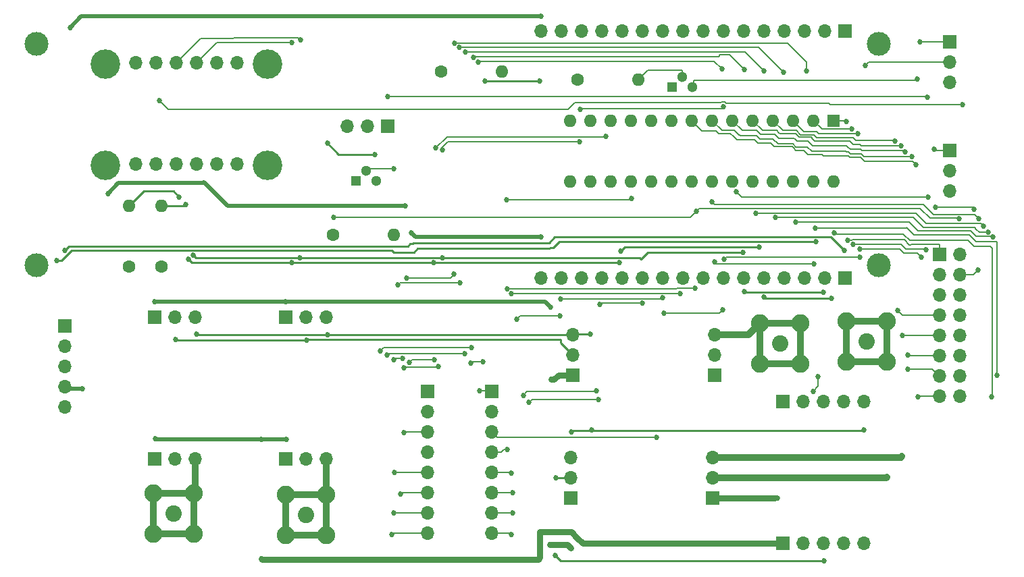
<source format=gbl>
G04 #@! TF.GenerationSoftware,KiCad,Pcbnew,8.0.6*
G04 #@! TF.CreationDate,2025-04-04T16:39:19-04:00*
G04 #@! TF.ProjectId,Sea Wall Schematic 3,53656120-5761-46c6-9c20-536368656d61,rev?*
G04 #@! TF.SameCoordinates,Original*
G04 #@! TF.FileFunction,Copper,L4,Bot*
G04 #@! TF.FilePolarity,Positive*
%FSLAX46Y46*%
G04 Gerber Fmt 4.6, Leading zero omitted, Abs format (unit mm)*
G04 Created by KiCad (PCBNEW 8.0.6) date 2025-04-04 16:39:19*
%MOMM*%
%LPD*%
G01*
G04 APERTURE LIST*
G04 #@! TA.AperFunction,ComponentPad*
%ADD10R,1.700000X1.700000*%
G04 #@! TD*
G04 #@! TA.AperFunction,ComponentPad*
%ADD11O,1.700000X1.700000*%
G04 #@! TD*
G04 #@! TA.AperFunction,ComponentPad*
%ADD12C,1.600000*%
G04 #@! TD*
G04 #@! TA.AperFunction,ComponentPad*
%ADD13O,1.600000X1.600000*%
G04 #@! TD*
G04 #@! TA.AperFunction,ComponentPad*
%ADD14R,1.300000X1.300000*%
G04 #@! TD*
G04 #@! TA.AperFunction,ComponentPad*
%ADD15C,1.300000*%
G04 #@! TD*
G04 #@! TA.AperFunction,ComponentPad*
%ADD16C,2.050000*%
G04 #@! TD*
G04 #@! TA.AperFunction,ComponentPad*
%ADD17C,2.250000*%
G04 #@! TD*
G04 #@! TA.AperFunction,ComponentPad*
%ADD18C,3.700000*%
G04 #@! TD*
G04 #@! TA.AperFunction,ComponentPad*
%ADD19R,1.600000X1.600000*%
G04 #@! TD*
G04 #@! TA.AperFunction,ComponentPad*
%ADD20C,3.000000*%
G04 #@! TD*
G04 #@! TA.AperFunction,ViaPad*
%ADD21C,0.685800*%
G04 #@! TD*
G04 #@! TA.AperFunction,Conductor*
%ADD22C,0.200000*%
G04 #@! TD*
G04 #@! TA.AperFunction,Conductor*
%ADD23C,0.254000*%
G04 #@! TD*
G04 #@! TA.AperFunction,Conductor*
%ADD24C,0.508000*%
G04 #@! TD*
G04 #@! TA.AperFunction,Conductor*
%ADD25C,0.762000*%
G04 #@! TD*
G04 #@! TA.AperFunction,Conductor*
%ADD26C,0.887400*%
G04 #@! TD*
G04 APERTURE END LIST*
D10*
X98925000Y-107820000D03*
D11*
X98925000Y-110360000D03*
X98925000Y-112900000D03*
X98925000Y-115440000D03*
X98925000Y-117980000D03*
D12*
X163215000Y-76875000D03*
D13*
X170835000Y-76875000D03*
D14*
X175110000Y-77850000D03*
D15*
X176380000Y-76580000D03*
X177650000Y-77850000D03*
D12*
X146090000Y-75875000D03*
D13*
X153710000Y-75875000D03*
D16*
X199410000Y-109765000D03*
D17*
X201950000Y-112305000D03*
X201950000Y-107225000D03*
X196870000Y-112305000D03*
X196870000Y-107225000D03*
D10*
X209850000Y-72135000D03*
D11*
X209850000Y-74675000D03*
X209850000Y-77215000D03*
D16*
X112601000Y-131370000D03*
D17*
X110061000Y-133910000D03*
X115141000Y-133910000D03*
X110061000Y-128830000D03*
X115141000Y-128830000D03*
D10*
X209850000Y-85820000D03*
D11*
X209850000Y-88360000D03*
X209850000Y-90900000D03*
D10*
X162371000Y-129348000D03*
D11*
X162371000Y-126808000D03*
X162371000Y-124268000D03*
D10*
X180151000Y-129348000D03*
D11*
X180151000Y-126808000D03*
X180151000Y-124268000D03*
D18*
X124360000Y-87650000D03*
X124360000Y-74950000D03*
X104040000Y-87650000D03*
X104040000Y-74950000D03*
D11*
X120546000Y-74746000D03*
X118006000Y-74746000D03*
X115466000Y-74746000D03*
X112926000Y-74746000D03*
X110386000Y-74746000D03*
X107846000Y-74746000D03*
X120546000Y-87446000D03*
X118006000Y-87446000D03*
X115466000Y-87446000D03*
X112926000Y-87446000D03*
X110386000Y-87446000D03*
X107846000Y-87446000D03*
D10*
X110193000Y-106681000D03*
D11*
X112733000Y-106681000D03*
X115273000Y-106681000D03*
D10*
X110193000Y-124461000D03*
D11*
X112733000Y-124461000D03*
X115273000Y-124461000D03*
D10*
X126670000Y-106670000D03*
D11*
X129210000Y-106670000D03*
X131750000Y-106670000D03*
D10*
X126670000Y-124450000D03*
D11*
X129210000Y-124450000D03*
X131750000Y-124450000D03*
D12*
X111075000Y-100350000D03*
D13*
X111075000Y-92730000D03*
D12*
X132540000Y-96400000D03*
D13*
X140160000Y-96400000D03*
D19*
X195310000Y-82025000D03*
D13*
X192770000Y-82025000D03*
X190230000Y-82025000D03*
X187690000Y-82025000D03*
X185150000Y-82025000D03*
X182610000Y-82025000D03*
X180070000Y-82025000D03*
X177530000Y-82025000D03*
X174990000Y-82025000D03*
X172450000Y-82025000D03*
X169910000Y-82025000D03*
X167370000Y-82025000D03*
X164830000Y-82025000D03*
X162290000Y-82025000D03*
X162290000Y-89645000D03*
X164830000Y-89645000D03*
X167370000Y-89645000D03*
X169910000Y-89645000D03*
X172450000Y-89645000D03*
X174990000Y-89645000D03*
X177530000Y-89645000D03*
X180070000Y-89645000D03*
X182610000Y-89645000D03*
X185150000Y-89645000D03*
X187690000Y-89645000D03*
X190230000Y-89645000D03*
X192770000Y-89645000D03*
X195310000Y-89645000D03*
D12*
X107025000Y-100350000D03*
D13*
X107025000Y-92730000D03*
D10*
X144425000Y-116025000D03*
D11*
X144425000Y-118565000D03*
X144425000Y-121105000D03*
X144425000Y-123645000D03*
X144425000Y-126185000D03*
X144425000Y-128725000D03*
X144425000Y-131265000D03*
X144425000Y-133805000D03*
D10*
X152425000Y-116025000D03*
D11*
X152425000Y-118565000D03*
X152425000Y-121105000D03*
X152425000Y-123645000D03*
X152425000Y-126185000D03*
X152425000Y-128725000D03*
X152425000Y-131265000D03*
X152425000Y-133805000D03*
D14*
X135405000Y-89585000D03*
D15*
X136675000Y-88315000D03*
X137945000Y-89585000D03*
D10*
X208560000Y-98805000D03*
D11*
X211100000Y-98805000D03*
X208560000Y-101345000D03*
X211100000Y-101345000D03*
X208560000Y-103885000D03*
X211100000Y-103885000D03*
X208560000Y-106425000D03*
X211100000Y-106425000D03*
X208560000Y-108965000D03*
X211100000Y-108965000D03*
X208560000Y-111505000D03*
X211100000Y-111505000D03*
X208560000Y-114045000D03*
X211100000Y-114045000D03*
X208560000Y-116585000D03*
X211100000Y-116585000D03*
D16*
X188610000Y-109990000D03*
D17*
X191150000Y-112530000D03*
X191150000Y-107450000D03*
X186070000Y-112530000D03*
X186070000Y-107450000D03*
D16*
X129176000Y-131495000D03*
D17*
X126636000Y-134035000D03*
X131716000Y-134035000D03*
X126636000Y-128955000D03*
X131716000Y-128955000D03*
D10*
X162610000Y-113996000D03*
D11*
X162610000Y-111456000D03*
X162610000Y-108916000D03*
D10*
X180390000Y-113996000D03*
D11*
X180390000Y-111456000D03*
X180390000Y-108916000D03*
D20*
X200972000Y-72421000D03*
X95382000Y-72421000D03*
X200972000Y-100161000D03*
X95382000Y-100161000D03*
D11*
X158650000Y-70825000D03*
X161190000Y-70825000D03*
X163730000Y-70825000D03*
X166270000Y-70825000D03*
X168810000Y-70825000D03*
X171350000Y-70825000D03*
X173890000Y-70825000D03*
X176430000Y-70825000D03*
X178970000Y-70825000D03*
X181510000Y-70825000D03*
X184050000Y-70825000D03*
X186590000Y-70825000D03*
X189130000Y-70825000D03*
X191670000Y-70825000D03*
X194210000Y-70825000D03*
D10*
X196750000Y-70825000D03*
D11*
X158650000Y-101825000D03*
X161190000Y-101825000D03*
X163730000Y-101825000D03*
X166270000Y-101825000D03*
X168810000Y-101825000D03*
X171350000Y-101825000D03*
X173890000Y-101825000D03*
X176430000Y-101825000D03*
X178970000Y-101825000D03*
X181510000Y-101825000D03*
X184050000Y-101825000D03*
X186590000Y-101825000D03*
X189130000Y-101825000D03*
X191670000Y-101825000D03*
X194210000Y-101825000D03*
D10*
X196750000Y-101825000D03*
X188915000Y-117275000D03*
D11*
X191455000Y-117275000D03*
X193995000Y-117275000D03*
X196535000Y-117275000D03*
X199075000Y-117275000D03*
D10*
X188915000Y-135055000D03*
D11*
X191455000Y-135055000D03*
X193995000Y-135055000D03*
X196535000Y-135055000D03*
X199075000Y-135055000D03*
D10*
X139450300Y-82738100D03*
D11*
X136910300Y-82738100D03*
X134370300Y-82738100D03*
D21*
X141450000Y-121200000D03*
X97975000Y-99575000D03*
X193075000Y-97221900D03*
X196675000Y-98325000D03*
X98975000Y-98300000D03*
X101175000Y-115675000D03*
X139450000Y-79000000D03*
X131850000Y-84825000D03*
X137850000Y-86250000D03*
X181575000Y-99425000D03*
X186575000Y-104175000D03*
X195025000Y-104300000D03*
X184125000Y-103450000D03*
X194025000Y-103525000D03*
X191900000Y-75825000D03*
X189050000Y-75925000D03*
X186600000Y-75825000D03*
X184100000Y-75650000D03*
X181325000Y-75550000D03*
X151600000Y-77100000D03*
X158500000Y-77100000D03*
X158625000Y-68925000D03*
X158625000Y-96625000D03*
X168475000Y-99875000D03*
X168625000Y-98375000D03*
X186000000Y-97850000D03*
X183975000Y-98555100D03*
X181450000Y-105750000D03*
X174075000Y-106200000D03*
X177950000Y-103050000D03*
X176050000Y-103713581D03*
X173890000Y-104283481D03*
X171325000Y-104944900D03*
X104375000Y-91175000D03*
X141650000Y-92700000D03*
X142400000Y-96100000D03*
X99600000Y-70350000D03*
X154950000Y-133975000D03*
X157150000Y-117400000D03*
X165850000Y-117025000D03*
X155050000Y-131250000D03*
X165596900Y-115925000D03*
X166025000Y-105075000D03*
X156400000Y-116525000D03*
X155050000Y-128750000D03*
X155600000Y-106925000D03*
X161050000Y-106500000D03*
X161100000Y-104375000D03*
X154950000Y-126275000D03*
X154944900Y-103713581D03*
X154450000Y-123325000D03*
X154375000Y-103125000D03*
X149875000Y-112450000D03*
X151400000Y-112300000D03*
X150750000Y-74700000D03*
X150900000Y-115925000D03*
X139900000Y-133975000D03*
X149925000Y-110525000D03*
X150175262Y-74125262D03*
X138525000Y-110950000D03*
X140150000Y-131225000D03*
X139375000Y-111450000D03*
X149050000Y-111275000D03*
X149200000Y-73425000D03*
X140305100Y-126150000D03*
X140155100Y-112025000D03*
X141325000Y-111875000D03*
X141000000Y-128900000D03*
X140725000Y-102600000D03*
X148500000Y-102350000D03*
X148422123Y-72869900D03*
X206175000Y-72125000D03*
X205825000Y-76800000D03*
X163525000Y-80625000D03*
X181475000Y-80300000D03*
X199250000Y-75100000D03*
X198600000Y-99125000D03*
X123575000Y-122025000D03*
X123625000Y-137025000D03*
X110325000Y-121975000D03*
X126700000Y-122025000D03*
X141450000Y-113025000D03*
X145750000Y-112850000D03*
X145250000Y-112025000D03*
X142150000Y-112375000D03*
X141825000Y-101750000D03*
X147750000Y-101300000D03*
X147775000Y-72300000D03*
X173150000Y-121800000D03*
X192850000Y-100000000D03*
X159850000Y-105425000D03*
X110200000Y-104775000D03*
X126650000Y-104750000D03*
X110775000Y-79525000D03*
X211500000Y-80000000D03*
X205850000Y-116675000D03*
X205625000Y-87550000D03*
X204600000Y-113175000D03*
X205150000Y-86575000D03*
X204625000Y-111475000D03*
X204300000Y-85950000D03*
X203900000Y-109000000D03*
X203775000Y-85200000D03*
X203350000Y-105825000D03*
X203000000Y-84575000D03*
X206330100Y-99150000D03*
X198600000Y-98142873D03*
X198326464Y-83675000D03*
X206900000Y-98250000D03*
X197569900Y-83100000D03*
X197756564Y-97572973D03*
X197075000Y-97025000D03*
X196900000Y-82125000D03*
X132625000Y-94200000D03*
X128450000Y-99278100D03*
X128475000Y-71900000D03*
X127400000Y-72200000D03*
X127425000Y-99875000D03*
X215075000Y-116675000D03*
X195400000Y-96150000D03*
X215800000Y-113975000D03*
X193050000Y-95500000D03*
X215325000Y-96625000D03*
X190525000Y-94769900D03*
X214725000Y-96000000D03*
X188050000Y-94200000D03*
X214125000Y-95275000D03*
X185600000Y-93625000D03*
X211075000Y-94369900D03*
X178125000Y-93400000D03*
X213525000Y-94325000D03*
X180050000Y-92225000D03*
X212875000Y-93125000D03*
X208100000Y-92925000D03*
X183100000Y-90950000D03*
X207174563Y-91665744D03*
X170000000Y-91775000D03*
X154350000Y-92000000D03*
X207900000Y-85650000D03*
X207075000Y-79075000D03*
X140225000Y-88075000D03*
X146300000Y-99278100D03*
X146300000Y-85700000D03*
X163450000Y-84675000D03*
X166750000Y-84025000D03*
X145425000Y-85475000D03*
X201950000Y-126800000D03*
X203850000Y-124175000D03*
X193350000Y-114155100D03*
X192750000Y-115969900D03*
X180400000Y-99750000D03*
X114425000Y-99425000D03*
X145175000Y-99875000D03*
X113300000Y-91625000D03*
X115074026Y-98935702D03*
X114150000Y-92575000D03*
X162371000Y-135650000D03*
X159875000Y-114525000D03*
X159725000Y-135200000D03*
X160525000Y-126875000D03*
X112875000Y-109525000D03*
X194100000Y-137225000D03*
X129250000Y-109550000D03*
X160450000Y-136550000D03*
X188250000Y-129350000D03*
X165000000Y-120850000D03*
X131875000Y-108900000D03*
X162425000Y-121050000D03*
X115500000Y-108825000D03*
X199106424Y-120838559D03*
X164825000Y-108825000D03*
X213444900Y-100750000D03*
D22*
X141450000Y-121200000D02*
X141545000Y-121105000D01*
X141545000Y-121105000D02*
X144425000Y-121105000D01*
D23*
X98544145Y-99575000D02*
X97975000Y-99575000D01*
X99780343Y-98338802D02*
X98544145Y-99575000D01*
X139938802Y-98338802D02*
X99780343Y-98338802D01*
X143150000Y-98100000D02*
X142700000Y-98550000D01*
X140150000Y-98550000D02*
X139938802Y-98338802D01*
X143325000Y-98100000D02*
X143150000Y-98100000D01*
X159700000Y-98100000D02*
X143325000Y-98100000D01*
X193075000Y-97221900D02*
X160928100Y-97221900D01*
X160150000Y-98000000D02*
X159800000Y-98000000D01*
X142700000Y-98550000D02*
X140150000Y-98550000D01*
X160928100Y-97221900D02*
X160150000Y-98000000D01*
X159800000Y-98000000D02*
X159700000Y-98100000D01*
X99475000Y-97800000D02*
X98975000Y-98300000D01*
X141925000Y-97800000D02*
X99475000Y-97800000D01*
X142575000Y-97475000D02*
X142250000Y-97475000D01*
X159600000Y-97375000D02*
X142675000Y-97375000D01*
X159625000Y-97350000D02*
X159600000Y-97375000D01*
X194300000Y-96625000D02*
X160350000Y-96625000D01*
X194975000Y-96625000D02*
X194300000Y-96625000D01*
X142250000Y-97475000D02*
X141925000Y-97800000D01*
X196675000Y-98325000D02*
X194975000Y-96625000D01*
X142675000Y-97375000D02*
X142575000Y-97475000D01*
X160350000Y-96625000D02*
X159625000Y-97350000D01*
D24*
X119325000Y-92700000D02*
X141650000Y-92700000D01*
X116375000Y-89750000D02*
X119325000Y-92700000D01*
X104375000Y-91175000D02*
X105669000Y-89881000D01*
X105669000Y-89881000D02*
X116244000Y-89881000D01*
X116244000Y-89881000D02*
X116375000Y-89750000D01*
X101175000Y-115675000D02*
X99160000Y-115675000D01*
X99160000Y-115675000D02*
X98925000Y-115440000D01*
D22*
X148658184Y-72300000D02*
X147775000Y-72300000D01*
X148683184Y-72325000D02*
X148658184Y-72300000D01*
X191900000Y-74700000D02*
X189525000Y-72325000D01*
X191900000Y-75825000D02*
X191900000Y-74700000D01*
X189525000Y-72325000D02*
X148683184Y-72325000D01*
X148492023Y-72800000D02*
X148422123Y-72869900D01*
X185925000Y-72800000D02*
X148492023Y-72800000D01*
X189050000Y-75925000D02*
X185925000Y-72800000D01*
X149225000Y-73400000D02*
X149200000Y-73425000D01*
X184175000Y-73400000D02*
X149225000Y-73400000D01*
X186600000Y-75825000D02*
X184175000Y-73400000D01*
X181088939Y-73780100D02*
X180869039Y-74000000D01*
X182230100Y-73780100D02*
X181088939Y-73780100D01*
X184100000Y-75650000D02*
X182230100Y-73780100D01*
X150300524Y-74000000D02*
X150175262Y-74125262D01*
X180869039Y-74000000D02*
X150300524Y-74000000D01*
X150875000Y-74575000D02*
X150750000Y-74700000D01*
X180350000Y-74575000D02*
X150875000Y-74575000D01*
X181325000Y-75550000D02*
X180350000Y-74575000D01*
D23*
X133275000Y-86250000D02*
X137850000Y-86250000D01*
X131850000Y-84825000D02*
X133275000Y-86250000D01*
D22*
X139450000Y-79000000D02*
X207000000Y-79000000D01*
X181875000Y-99125000D02*
X181575000Y-99425000D01*
X198600000Y-99125000D02*
X181875000Y-99125000D01*
X173798481Y-104375000D02*
X161100000Y-104375000D01*
X173890000Y-104283481D02*
X173798481Y-104375000D01*
X111875000Y-80625000D02*
X110775000Y-79525000D01*
X161994039Y-80625000D02*
X111875000Y-80625000D01*
X162844039Y-79775000D02*
X161994039Y-80625000D01*
X181194039Y-79775000D02*
X162844039Y-79775000D01*
X194725000Y-79850000D02*
X181830961Y-79850000D01*
X194875000Y-80000000D02*
X194725000Y-79850000D01*
X181711061Y-79730100D02*
X181238939Y-79730100D01*
X181830961Y-79850000D02*
X181711061Y-79730100D01*
X211500000Y-80000000D02*
X194875000Y-80000000D01*
X181238939Y-79730100D02*
X181194039Y-79775000D01*
X181275000Y-80500000D02*
X181475000Y-80300000D01*
X163650000Y-80500000D02*
X181275000Y-80500000D01*
X163525000Y-80625000D02*
X163650000Y-80500000D01*
X207000000Y-79000000D02*
X207075000Y-79075000D01*
D23*
X186700000Y-104300000D02*
X186575000Y-104175000D01*
X195025000Y-104300000D02*
X186700000Y-104300000D01*
X194025000Y-103525000D02*
X184200000Y-103525000D01*
X184200000Y-103525000D02*
X184125000Y-103450000D01*
X158500000Y-77100000D02*
X151600000Y-77100000D01*
D24*
X158625000Y-68925000D02*
X101025000Y-68925000D01*
X158625000Y-96625000D02*
X142925000Y-96625000D01*
D23*
X168475000Y-99875000D02*
X145175000Y-99875000D01*
X169150000Y-97850000D02*
X168625000Y-98375000D01*
X186000000Y-97850000D02*
X169150000Y-97850000D01*
X183975000Y-98555100D02*
X172019900Y-98555100D01*
X172019900Y-98555100D02*
X171150000Y-99425000D01*
D24*
X142925000Y-96625000D02*
X142400000Y-96100000D01*
D22*
X181000000Y-106200000D02*
X181450000Y-105750000D01*
X174075000Y-106200000D02*
X181000000Y-106200000D01*
X177925000Y-103075000D02*
X177950000Y-103050000D01*
X175650000Y-103075000D02*
X177925000Y-103075000D01*
X176050000Y-103713581D02*
X154944900Y-103713581D01*
X166155100Y-104944900D02*
X171325000Y-104944900D01*
X166025000Y-105075000D02*
X166155100Y-104944900D01*
X177750000Y-77750000D02*
X177650000Y-77850000D01*
X177750000Y-76960000D02*
X177750000Y-77750000D01*
X177750000Y-76960000D02*
X205665000Y-76960000D01*
X176300000Y-76500000D02*
X176380000Y-76580000D01*
D25*
X161921000Y-135200000D02*
X159725000Y-135200000D01*
X162371000Y-135650000D02*
X161921000Y-135200000D01*
D24*
X101025000Y-68925000D02*
X99600000Y-70350000D01*
D22*
X154780000Y-133805000D02*
X152425000Y-133805000D01*
X154950000Y-133975000D02*
X154780000Y-133805000D01*
X157525000Y-117025000D02*
X157150000Y-117400000D01*
X165850000Y-117025000D02*
X157525000Y-117025000D01*
X155035000Y-131265000D02*
X152425000Y-131265000D01*
X155050000Y-131250000D02*
X155035000Y-131265000D01*
X156875000Y-116050000D02*
X156400000Y-116525000D01*
X165471900Y-116050000D02*
X156875000Y-116050000D01*
X165596900Y-115925000D02*
X165471900Y-116050000D01*
X155025000Y-128725000D02*
X152425000Y-128725000D01*
X155050000Y-128750000D02*
X155025000Y-128725000D01*
X156025000Y-106500000D02*
X155600000Y-106925000D01*
X161050000Y-106500000D02*
X156025000Y-106500000D01*
X154860000Y-126185000D02*
X152425000Y-126185000D01*
X176111419Y-103713581D02*
X176050000Y-103713581D01*
X154950000Y-126275000D02*
X154860000Y-126185000D01*
X153630000Y-123645000D02*
X152425000Y-123645000D01*
X154450000Y-123325000D02*
X153950000Y-123325000D01*
X175600000Y-103125000D02*
X154375000Y-103125000D01*
X175650000Y-103075000D02*
X175600000Y-103125000D01*
X176430000Y-101825000D02*
X176430000Y-102295000D01*
X153950000Y-123325000D02*
X153630000Y-123645000D01*
X150025000Y-112300000D02*
X149875000Y-112450000D01*
X151400000Y-112300000D02*
X150025000Y-112300000D01*
X152325000Y-115925000D02*
X152425000Y-116025000D01*
X150900000Y-115925000D02*
X152325000Y-115925000D01*
X140070000Y-133805000D02*
X144425000Y-133805000D01*
X138950000Y-110525000D02*
X138525000Y-110950000D01*
X139900000Y-133975000D02*
X140070000Y-133805000D01*
X149925000Y-110525000D02*
X138950000Y-110525000D01*
X140190000Y-131265000D02*
X144425000Y-131265000D01*
X140150000Y-131225000D02*
X140190000Y-131265000D01*
X149050000Y-111275000D02*
X139550000Y-111275000D01*
X139550000Y-111275000D02*
X139375000Y-111450000D01*
X140340100Y-126185000D02*
X144425000Y-126185000D01*
X140305100Y-126150000D02*
X140340100Y-126185000D01*
X140305100Y-111875000D02*
X140155100Y-112025000D01*
X141325000Y-111875000D02*
X140305100Y-111875000D01*
X141000000Y-128900000D02*
X141175000Y-128725000D01*
X141175000Y-128725000D02*
X144425000Y-128725000D01*
X140975000Y-102350000D02*
X148500000Y-102350000D01*
X140725000Y-102600000D02*
X140975000Y-102350000D01*
X206185000Y-72135000D02*
X209850000Y-72135000D01*
X206175000Y-72125000D02*
X206185000Y-72135000D01*
X205665000Y-76960000D02*
X205825000Y-76800000D01*
X170835000Y-76875000D02*
X172020000Y-75690000D01*
X199675000Y-74675000D02*
X199250000Y-75100000D01*
X209850000Y-74675000D02*
X199675000Y-74675000D01*
D24*
X123575000Y-122025000D02*
X110375000Y-122025000D01*
X126700000Y-122025000D02*
X123575000Y-122025000D01*
D25*
X123675000Y-137075000D02*
X123625000Y-137025000D01*
X158275000Y-137075000D02*
X123675000Y-137075000D01*
X158475000Y-136875000D02*
X158275000Y-137075000D01*
X158475000Y-133625000D02*
X158475000Y-136875000D01*
X162425000Y-133625000D02*
X158475000Y-133625000D01*
X163150000Y-134350000D02*
X162425000Y-133625000D01*
X188915000Y-135055000D02*
X163855000Y-135055000D01*
X163855000Y-135055000D02*
X163150000Y-134350000D01*
D24*
X110375000Y-122025000D02*
X110325000Y-121975000D01*
D22*
X145750000Y-112850000D02*
X145655100Y-112944900D01*
X141530100Y-112944900D02*
X141450000Y-113025000D01*
X145655100Y-112944900D02*
X141530100Y-112944900D01*
X145250000Y-112025000D02*
X142500000Y-112025000D01*
X142500000Y-112025000D02*
X142150000Y-112375000D01*
X147300000Y-101750000D02*
X141825000Y-101750000D01*
X147750000Y-101300000D02*
X147300000Y-101750000D01*
X173150000Y-121800000D02*
X153120000Y-121800000D01*
X153120000Y-121800000D02*
X152425000Y-121105000D01*
X192850000Y-100000000D02*
X180650000Y-100000000D01*
X180650000Y-100000000D02*
X180400000Y-99750000D01*
D24*
X159175000Y-104750000D02*
X159850000Y-105425000D01*
X126650000Y-104750000D02*
X159175000Y-104750000D01*
D22*
X126625000Y-104775000D02*
X126650000Y-104750000D01*
D24*
X110200000Y-104775000D02*
X126625000Y-104775000D01*
D22*
X205850000Y-116675000D02*
X205940000Y-116585000D01*
X205225000Y-87150000D02*
X205625000Y-87550000D01*
X199225000Y-87150000D02*
X205225000Y-87150000D01*
X198200000Y-86650000D02*
X198725000Y-86650000D01*
X197125000Y-86475000D02*
X197300000Y-86650000D01*
X197000000Y-86475000D02*
X197125000Y-86475000D01*
X194025000Y-86475000D02*
X197000000Y-86475000D01*
X193875000Y-86325000D02*
X194025000Y-86475000D01*
X192075000Y-86250000D02*
X193575000Y-86250000D01*
X197300000Y-86650000D02*
X198200000Y-86650000D01*
X191600000Y-85775000D02*
X192075000Y-86250000D01*
X190587552Y-85775000D02*
X190900000Y-85775000D01*
X190281276Y-85468724D02*
X190587552Y-85775000D01*
X188450000Y-85302000D02*
X190114552Y-85302000D01*
X187877000Y-85302000D02*
X188450000Y-85302000D01*
X187575000Y-85000000D02*
X187877000Y-85302000D01*
X187400000Y-84825000D02*
X187575000Y-85000000D01*
X186250000Y-84825000D02*
X187400000Y-84825000D01*
X185825000Y-84825000D02*
X186250000Y-84825000D01*
X205940000Y-116585000D02*
X208560000Y-116585000D01*
X185375000Y-84425000D02*
X185400000Y-84400000D01*
X185275000Y-84425000D02*
X185375000Y-84425000D01*
X182775000Y-84025000D02*
X183175000Y-84425000D01*
X193575000Y-86250000D02*
X193650000Y-86325000D01*
X190900000Y-85775000D02*
X191600000Y-85775000D01*
X185400000Y-84400000D02*
X185825000Y-84825000D01*
X182375000Y-83625000D02*
X182775000Y-84025000D01*
X180900000Y-83625000D02*
X181475000Y-83625000D01*
X178830000Y-83325000D02*
X180600000Y-83325000D01*
X181475000Y-83625000D02*
X182375000Y-83625000D01*
X177530000Y-82025000D02*
X178830000Y-83325000D01*
X190114552Y-85302000D02*
X190281276Y-85468724D01*
X193650000Y-86325000D02*
X193875000Y-86325000D01*
X198725000Y-86650000D02*
X199225000Y-87150000D01*
X180600000Y-83325000D02*
X180900000Y-83625000D01*
X183175000Y-84425000D02*
X185275000Y-84425000D01*
X207690000Y-113175000D02*
X208560000Y-114045000D01*
X204600000Y-113175000D02*
X207690000Y-113175000D01*
X199150000Y-86575000D02*
X205150000Y-86575000D01*
X198750000Y-86175000D02*
X198900000Y-86325000D01*
X198200000Y-86175000D02*
X198750000Y-86175000D01*
X197400000Y-86175000D02*
X198200000Y-86175000D01*
X197375000Y-86150000D02*
X197400000Y-86175000D01*
X197150000Y-85925000D02*
X197375000Y-86150000D01*
X198900000Y-86325000D02*
X199150000Y-86575000D01*
X196875000Y-85925000D02*
X197150000Y-85925000D01*
X181320000Y-83275000D02*
X180070000Y-82025000D01*
X182875000Y-83275000D02*
X181320000Y-83275000D01*
X183475000Y-83875000D02*
X182875000Y-83275000D01*
X183625000Y-83875000D02*
X183475000Y-83875000D01*
X183650000Y-83900000D02*
X183625000Y-83875000D01*
X185625000Y-83900000D02*
X183650000Y-83900000D01*
X186100000Y-84375000D02*
X185625000Y-83900000D01*
X187725000Y-84375000D02*
X186100000Y-84375000D01*
X188325000Y-84975000D02*
X187725000Y-84375000D01*
X190150000Y-84975000D02*
X188325000Y-84975000D01*
X190200000Y-84925000D02*
X190150000Y-84975000D01*
X190600000Y-85325000D02*
X190200000Y-84925000D01*
X192025000Y-85325000D02*
X190600000Y-85325000D01*
X192600000Y-85900000D02*
X192025000Y-85325000D01*
X196875000Y-85925000D02*
X196850000Y-85900000D01*
X196850000Y-85900000D02*
X192600000Y-85900000D01*
X204655000Y-111505000D02*
X208560000Y-111505000D01*
X204625000Y-111475000D02*
X204655000Y-111505000D01*
X204175000Y-85825000D02*
X204300000Y-85950000D01*
X198900000Y-85825000D02*
X204175000Y-85825000D01*
X198700000Y-85625000D02*
X198900000Y-85825000D01*
X198250000Y-85625000D02*
X198700000Y-85625000D01*
X197400000Y-85625000D02*
X198250000Y-85625000D01*
X196925000Y-85150000D02*
X197100000Y-85325000D01*
X193525000Y-85150000D02*
X196925000Y-85150000D01*
X192700000Y-85150000D02*
X193525000Y-85150000D01*
X192450000Y-84900000D02*
X192700000Y-85150000D01*
X192125000Y-84575000D02*
X192450000Y-84900000D01*
X191150000Y-84575000D02*
X192125000Y-84575000D01*
X190700000Y-84575000D02*
X191150000Y-84575000D01*
X190450000Y-84325000D02*
X190700000Y-84575000D01*
X190350000Y-84225000D02*
X190450000Y-84325000D01*
X197100000Y-85325000D02*
X197400000Y-85625000D01*
X188450000Y-84225000D02*
X188725000Y-84225000D01*
X188725000Y-84225000D02*
X190350000Y-84225000D01*
X187925000Y-83750000D02*
X187975000Y-83750000D01*
X187975000Y-83750000D02*
X188450000Y-84225000D01*
X186175000Y-83750000D02*
X187925000Y-83750000D01*
X186075000Y-83650000D02*
X186175000Y-83750000D01*
X185675000Y-83250000D02*
X186075000Y-83650000D01*
X185275000Y-83250000D02*
X185675000Y-83250000D01*
X183835000Y-83250000D02*
X185275000Y-83250000D01*
X182610000Y-82025000D02*
X183835000Y-83250000D01*
X203935000Y-108965000D02*
X208560000Y-108965000D01*
X198750000Y-85200000D02*
X203775000Y-85200000D01*
X198575000Y-85025000D02*
X198750000Y-85200000D01*
X197775000Y-85025000D02*
X198575000Y-85025000D01*
X203900000Y-109000000D02*
X203935000Y-108965000D01*
X197600000Y-84850000D02*
X197775000Y-85025000D01*
X197375000Y-84625000D02*
X197600000Y-84850000D01*
X194550000Y-84625000D02*
X197375000Y-84625000D01*
X192975000Y-84625000D02*
X194550000Y-84625000D01*
X192700000Y-84350000D02*
X192975000Y-84625000D01*
X192477000Y-84127000D02*
X192700000Y-84350000D01*
X188175000Y-83250000D02*
X188475000Y-83550000D01*
X188475000Y-83550000D02*
X188625000Y-83700000D01*
X190550000Y-83700000D02*
X190977000Y-84127000D01*
X187000000Y-83250000D02*
X188175000Y-83250000D01*
X190977000Y-84127000D02*
X191125000Y-84127000D01*
X186375000Y-83250000D02*
X187000000Y-83250000D01*
X188625000Y-83700000D02*
X190550000Y-83700000D01*
X185150000Y-82025000D02*
X186375000Y-83250000D01*
X191125000Y-84127000D02*
X192477000Y-84127000D01*
X203950000Y-106425000D02*
X208560000Y-106425000D01*
X202950000Y-84525000D02*
X203000000Y-84575000D01*
X198100000Y-84525000D02*
X202950000Y-84525000D01*
X197725000Y-84150000D02*
X198100000Y-84525000D01*
X194000000Y-84150000D02*
X197725000Y-84150000D01*
X193200000Y-84150000D02*
X194000000Y-84150000D01*
X192850000Y-83800000D02*
X193200000Y-84150000D01*
X203350000Y-105825000D02*
X203950000Y-106425000D01*
X191150000Y-83800000D02*
X192850000Y-83800000D01*
X190625000Y-83275000D02*
X191150000Y-83800000D01*
X189900000Y-83275000D02*
X190625000Y-83275000D01*
X188940000Y-83275000D02*
X189900000Y-83275000D01*
X187690000Y-82025000D02*
X188940000Y-83275000D01*
X205830100Y-98650000D02*
X206330100Y-99150000D01*
X204075000Y-98650000D02*
X205830100Y-98650000D01*
X203567873Y-98142873D02*
X204075000Y-98650000D01*
X198600000Y-98142873D02*
X203567873Y-98142873D01*
X193494900Y-83669900D02*
X198321364Y-83669900D01*
X191580000Y-83375000D02*
X193200000Y-83375000D01*
X198321364Y-83669900D02*
X198326464Y-83675000D01*
X193200000Y-83375000D02*
X193475000Y-83650000D01*
X190230000Y-82025000D02*
X191580000Y-83375000D01*
X193475000Y-83650000D02*
X193494900Y-83669900D01*
X206800000Y-98150000D02*
X206900000Y-98250000D01*
X203925000Y-97700000D02*
X204375000Y-98150000D01*
X204375000Y-98150000D02*
X205000000Y-98150000D01*
X203797973Y-97572973D02*
X203925000Y-97700000D01*
X197756564Y-97572973D02*
X203797973Y-97572973D01*
X205000000Y-98150000D02*
X206800000Y-98150000D01*
X193845000Y-83100000D02*
X197569900Y-83100000D01*
X192770000Y-82025000D02*
X193845000Y-83100000D01*
X208560000Y-97560000D02*
X208560000Y-98805000D01*
X205000000Y-97550000D02*
X208550000Y-97550000D01*
X204825000Y-97600000D02*
X204950000Y-97600000D01*
X208550000Y-97550000D02*
X208560000Y-97560000D01*
X204200000Y-96975000D02*
X204825000Y-97600000D01*
X197600000Y-97025000D02*
X197650000Y-96975000D01*
X204950000Y-97600000D02*
X205000000Y-97550000D01*
X197650000Y-96975000D02*
X204200000Y-96975000D01*
X197075000Y-97025000D02*
X197600000Y-97025000D01*
X196800000Y-82025000D02*
X196900000Y-82125000D01*
X195310000Y-82025000D02*
X196800000Y-82025000D01*
X132625000Y-94200000D02*
X177325000Y-94200000D01*
X177325000Y-94200000D02*
X178125000Y-93400000D01*
D23*
X114150000Y-92575000D02*
X113995000Y-92730000D01*
X113995000Y-92730000D02*
X111075000Y-92730000D01*
X112575000Y-90900000D02*
X108855000Y-90900000D01*
X113300000Y-91625000D02*
X112575000Y-90900000D01*
X108855000Y-90900000D02*
X107025000Y-92730000D01*
X128450000Y-99278100D02*
X115416424Y-99278100D01*
X144350000Y-99278100D02*
X128450000Y-99278100D01*
D22*
X120144900Y-71630100D02*
X128205100Y-71630100D01*
X120075000Y-71700000D02*
X120144900Y-71630100D01*
X119775000Y-71700000D02*
X120075000Y-71700000D01*
X128205100Y-71630100D02*
X128475000Y-71900000D01*
X115972000Y-71700000D02*
X119775000Y-71700000D01*
X112926000Y-74746000D02*
X115972000Y-71700000D01*
D23*
X145175000Y-99875000D02*
X127425000Y-99875000D01*
X127425000Y-99875000D02*
X114875000Y-99875000D01*
D22*
X118012000Y-72200000D02*
X127400000Y-72200000D01*
X115466000Y-74746000D02*
X118012000Y-72200000D01*
X215225000Y-116525000D02*
X215075000Y-116675000D01*
X215225000Y-98075000D02*
X215225000Y-116525000D01*
X212150000Y-97050000D02*
X212875000Y-97775000D01*
X214925000Y-97775000D02*
X215225000Y-98075000D01*
X212875000Y-97775000D02*
X214925000Y-97775000D01*
X204050000Y-96250000D02*
X204850000Y-97050000D01*
X195500000Y-96250000D02*
X204050000Y-96250000D01*
X204850000Y-97050000D02*
X212150000Y-97050000D01*
X195400000Y-96150000D02*
X195500000Y-96250000D01*
X215825000Y-113950000D02*
X215800000Y-113975000D01*
X215825000Y-97225000D02*
X215825000Y-113950000D01*
X213150000Y-97225000D02*
X215825000Y-97225000D01*
X212325000Y-96400000D02*
X213150000Y-97225000D01*
X212300000Y-96400000D02*
X212325000Y-96400000D01*
X205725000Y-96400000D02*
X212300000Y-96400000D01*
X204475000Y-95475000D02*
X205400000Y-96400000D01*
X204450000Y-95500000D02*
X204475000Y-95475000D01*
X193050000Y-95500000D02*
X204450000Y-95500000D01*
X205400000Y-96400000D02*
X205725000Y-96400000D01*
X215275000Y-96575000D02*
X215325000Y-96625000D01*
X212525000Y-95900000D02*
X213200000Y-96575000D01*
X207300000Y-95900000D02*
X212525000Y-95900000D01*
X204769900Y-94769900D02*
X205375000Y-95375000D01*
X205375000Y-95375000D02*
X205900000Y-95900000D01*
X205900000Y-95900000D02*
X207300000Y-95900000D01*
X190525000Y-94769900D02*
X204769900Y-94769900D01*
X213200000Y-96575000D02*
X215275000Y-96575000D01*
X213550000Y-96000000D02*
X214725000Y-96000000D01*
X213200000Y-95650000D02*
X213550000Y-96000000D01*
X213000000Y-95450000D02*
X213200000Y-95650000D01*
X206700000Y-95450000D02*
X213000000Y-95450000D01*
X206525000Y-95450000D02*
X206700000Y-95450000D01*
X188050000Y-94200000D02*
X205275000Y-94200000D01*
X205275000Y-94200000D02*
X205450000Y-94375000D01*
X205450000Y-94375000D02*
X206525000Y-95450000D01*
X192950000Y-93625000D02*
X185600000Y-93625000D01*
X192975000Y-93650000D02*
X192950000Y-93625000D01*
X213789800Y-94939800D02*
X208114800Y-94939800D01*
X208100000Y-94925000D02*
X206900000Y-94925000D01*
X214125000Y-95275000D02*
X213789800Y-94939800D01*
X206900000Y-94925000D02*
X205625000Y-93650000D01*
X208114800Y-94939800D02*
X208100000Y-94925000D01*
X205625000Y-93650000D02*
X192975000Y-93650000D01*
X206150000Y-93050000D02*
X178475000Y-93050000D01*
X178475000Y-93050000D02*
X178125000Y-93400000D01*
X210980100Y-94275000D02*
X207375000Y-94275000D01*
X207375000Y-94275000D02*
X206150000Y-93050000D01*
X211075000Y-94369900D02*
X210980100Y-94275000D01*
X212849900Y-101345000D02*
X211100000Y-101345000D01*
X213444900Y-100750000D02*
X212849900Y-101345000D01*
X213000000Y-93800000D02*
X213525000Y-94325000D01*
X207950000Y-93800000D02*
X213000000Y-93800000D01*
X206600000Y-92550000D02*
X207850000Y-93800000D01*
X180375000Y-92550000D02*
X206600000Y-92550000D01*
X207850000Y-93800000D02*
X207950000Y-93800000D01*
X180050000Y-92225000D02*
X180375000Y-92550000D01*
X212675000Y-92925000D02*
X212875000Y-93125000D01*
X208100000Y-92925000D02*
X212675000Y-92925000D01*
X183815744Y-91665744D02*
X207174563Y-91665744D01*
X183100000Y-90950000D02*
X183815744Y-91665744D01*
X169775000Y-92000000D02*
X170000000Y-91775000D01*
X154350000Y-92000000D02*
X169775000Y-92000000D01*
X207900000Y-85650000D02*
X208070000Y-85820000D01*
X208070000Y-85820000D02*
X209850000Y-85820000D01*
X136915000Y-88075000D02*
X136675000Y-88315000D01*
X140225000Y-88075000D02*
X136915000Y-88075000D01*
D23*
X146300000Y-99278100D02*
X144350000Y-99278100D01*
X171003100Y-99278100D02*
X146300000Y-99278100D01*
D22*
X146300000Y-85375000D02*
X146300000Y-85700000D01*
X146575000Y-85100000D02*
X146300000Y-85375000D01*
X163450000Y-84675000D02*
X147000000Y-84675000D01*
X147000000Y-84675000D02*
X146575000Y-85100000D01*
X146850000Y-84050000D02*
X145425000Y-85475000D01*
X166725000Y-84050000D02*
X146850000Y-84050000D01*
X166750000Y-84025000D02*
X166725000Y-84050000D01*
D26*
X110061000Y-128830000D02*
X115141000Y-128830000D01*
X110061000Y-133910000D02*
X110061000Y-128830000D01*
X115141000Y-133910000D02*
X110061000Y-133910000D01*
X115141000Y-133910000D02*
X115141000Y-128830000D01*
X115273000Y-128698000D02*
X115141000Y-128830000D01*
X115273000Y-124461000D02*
X115273000Y-128698000D01*
X126636000Y-128955000D02*
X131716000Y-128955000D01*
X126636000Y-134035000D02*
X126636000Y-128955000D01*
X131716000Y-134035000D02*
X126636000Y-134035000D01*
X131716000Y-134035000D02*
X131716000Y-128955000D01*
X131750000Y-128921000D02*
X131716000Y-128955000D01*
X131750000Y-124450000D02*
X131750000Y-128921000D01*
X196870000Y-112305000D02*
X201950000Y-112305000D01*
X196870000Y-107225000D02*
X196870000Y-112305000D01*
X201950000Y-107225000D02*
X196870000Y-107225000D01*
X201950000Y-112305000D02*
X201950000Y-107225000D01*
X201942000Y-126808000D02*
X201950000Y-126800000D01*
X180151000Y-126808000D02*
X201942000Y-126808000D01*
X203850000Y-124175000D02*
X203757000Y-124268000D01*
X203757000Y-124268000D02*
X180151000Y-124268000D01*
X186070000Y-112530000D02*
X186070000Y-107450000D01*
X191150000Y-112530000D02*
X186070000Y-112530000D01*
X191150000Y-107450000D02*
X191150000Y-112530000D01*
X186070000Y-107450000D02*
X191150000Y-107450000D01*
X184604000Y-108916000D02*
X186070000Y-107450000D01*
X180390000Y-108916000D02*
X184604000Y-108916000D01*
D22*
X192750000Y-115969900D02*
X193350000Y-115369900D01*
X193350000Y-115369900D02*
X193350000Y-114155100D01*
D23*
X114875000Y-99875000D02*
X114425000Y-99425000D01*
X171150000Y-99425000D02*
X171003100Y-99278100D01*
X115416424Y-99278100D02*
X115074026Y-98935702D01*
D25*
X159875000Y-114525000D02*
X160275000Y-114525000D01*
X160275000Y-114525000D02*
X160804000Y-113996000D01*
X160804000Y-113996000D02*
X162610000Y-113996000D01*
D23*
X129250000Y-109550000D02*
X112900000Y-109550000D01*
X194100000Y-137225000D02*
X161125000Y-137225000D01*
X161125000Y-137225000D02*
X160450000Y-136550000D01*
X160525000Y-126875000D02*
X162304000Y-126875000D01*
X129303100Y-109496900D02*
X129250000Y-109550000D01*
X112900000Y-109550000D02*
X112875000Y-109525000D01*
X161078100Y-109496900D02*
X129303100Y-109496900D01*
X161100000Y-109475000D02*
X161078100Y-109496900D01*
X162610000Y-111456000D02*
X161100000Y-109946000D01*
X162304000Y-126875000D02*
X162371000Y-126808000D01*
X161100000Y-109946000D02*
X161100000Y-109475000D01*
X187950000Y-129350000D02*
X187948000Y-129348000D01*
D25*
X187948000Y-129348000D02*
X180151000Y-129348000D01*
D23*
X188250000Y-129350000D02*
X187950000Y-129350000D01*
X115575000Y-108900000D02*
X115500000Y-108825000D01*
X165000000Y-120850000D02*
X164953967Y-120896033D01*
X162701000Y-108825000D02*
X162610000Y-108916000D01*
X131875000Y-108900000D02*
X115575000Y-108900000D01*
X131891000Y-108916000D02*
X131875000Y-108900000D01*
X165046033Y-120896033D02*
X165000000Y-120850000D01*
X164953967Y-120896033D02*
X162578967Y-120896033D01*
X199048950Y-120896033D02*
X165046033Y-120896033D01*
X199106424Y-120838559D02*
X199048950Y-120896033D01*
X162578967Y-120896033D02*
X162425000Y-121050000D01*
X164825000Y-108825000D02*
X162701000Y-108825000D01*
X162610000Y-108916000D02*
X131891000Y-108916000D01*
D22*
X176300000Y-75690000D02*
X176300000Y-76500000D01*
X172020000Y-75690000D02*
X176300000Y-75690000D01*
M02*

</source>
